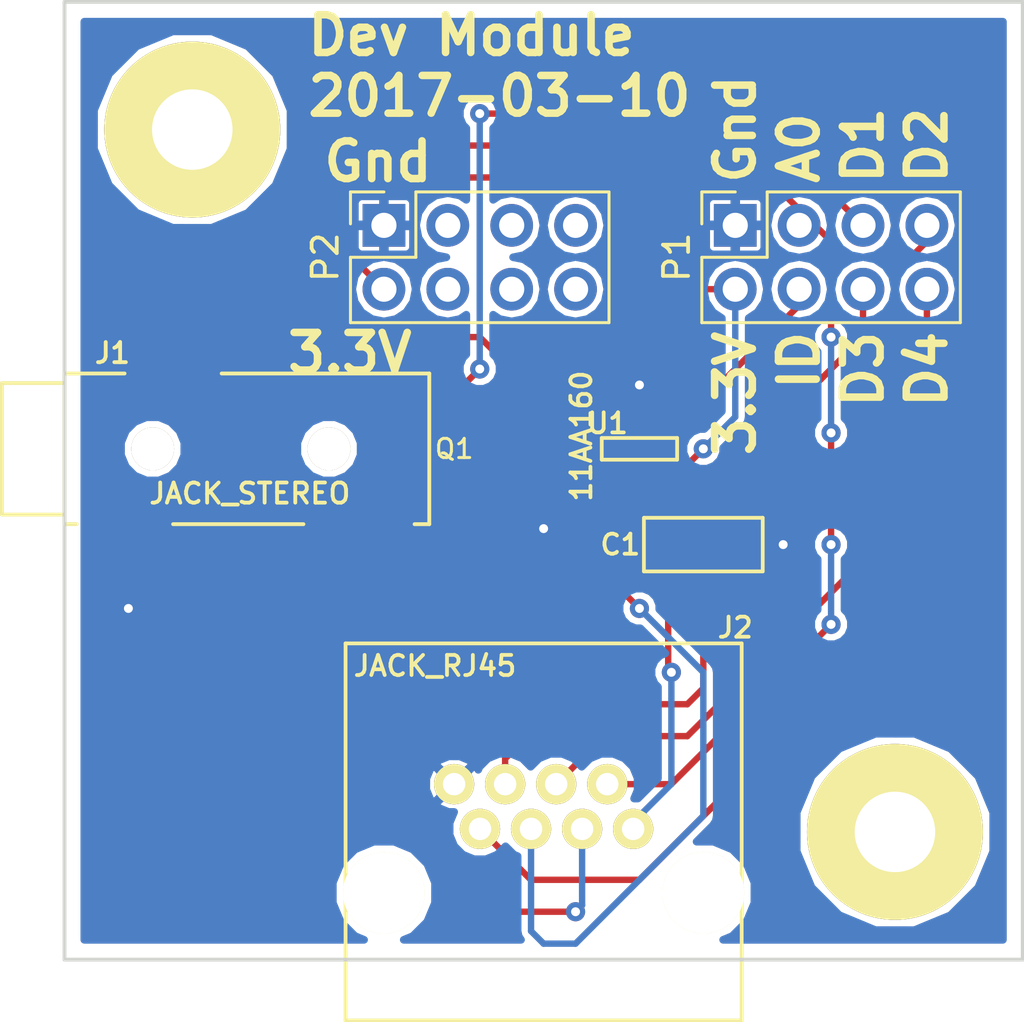
<source format=kicad_pcb>
(kicad_pcb (version 4) (host pcbnew 4.0.5)

  (general
    (links 20)
    (no_connects 0)
    (area 22.580599 25.324999 63.575001 66.248931)
    (thickness 1.6)
    (drawings 15)
    (tracks 103)
    (zones 0)
    (modules 9)
    (nets 10)
  )

  (page A4)
  (layers
    (0 F.Cu signal)
    (31 B.Cu signal)
    (32 B.Adhes user)
    (33 F.Adhes user)
    (34 B.Paste user)
    (35 F.Paste user)
    (36 B.SilkS user)
    (37 F.SilkS user)
    (38 B.Mask user)
    (39 F.Mask user)
    (40 Dwgs.User user)
    (41 Cmts.User user)
    (42 Eco1.User user)
    (43 Eco2.User user)
    (44 Edge.Cuts user)
    (45 Margin user)
    (46 B.CrtYd user)
    (47 F.CrtYd user)
    (48 B.Fab user)
    (49 F.Fab user)
  )

  (setup
    (last_trace_width 0.254)
    (trace_clearance 0.254)
    (zone_clearance 0.2032)
    (zone_45_only no)
    (trace_min 0.254)
    (segment_width 0.2)
    (edge_width 0.15)
    (via_size 0.762)
    (via_drill 0.3556)
    (via_min_size 0.762)
    (via_min_drill 0.3556)
    (uvia_size 0.762)
    (uvia_drill 0.3556)
    (uvias_allowed no)
    (uvia_min_size 0.762)
    (uvia_min_drill 0.3556)
    (pcb_text_width 0.3)
    (pcb_text_size 1.5 1.5)
    (mod_edge_width 0.15)
    (mod_text_size 1 1)
    (mod_text_width 0.15)
    (pad_size 1.524 1.524)
    (pad_drill 0.762)
    (pad_to_mask_clearance 0.2)
    (aux_axis_origin 0 0)
    (visible_elements 7FFFFFFF)
    (pcbplotparams
      (layerselection 0x00030_80000001)
      (usegerberextensions false)
      (excludeedgelayer true)
      (linewidth 0.100000)
      (plotframeref false)
      (viasonmask false)
      (mode 1)
      (useauxorigin false)
      (hpglpennumber 1)
      (hpglpenspeed 20)
      (hpglpendiameter 15)
      (hpglpenoverlay 2)
      (psnegative false)
      (psa4output false)
      (plotreference true)
      (plotvalue true)
      (plotinvisibletext false)
      (padsonsilk false)
      (subtractmaskfromsilk false)
      (outputformat 1)
      (mirror false)
      (drillshape 1)
      (scaleselection 1)
      (outputdirectory ""))
  )

  (net 0 "")
  (net 1 3V3)
  (net 2 GND)
  (net 3 /A0)
  (net 4 "Net-(J1-Pad2)")
  (net 5 /ID)
  (net 6 /D1)
  (net 7 /D3)
  (net 8 /D2)
  (net 9 /D4)

  (net_class Default "This is the default net class."
    (clearance 0.254)
    (trace_width 0.254)
    (via_dia 0.762)
    (via_drill 0.3556)
    (uvia_dia 0.762)
    (uvia_drill 0.3556)
    (add_net /A0)
    (add_net /D1)
    (add_net /D2)
    (add_net /D3)
    (add_net /D4)
    (add_net /ID)
    (add_net 3V3)
    (add_net GND)
    (add_net "Net-(J1-Pad2)")
  )

  (module CA6:c_1206 (layer F.Cu) (tedit 58C31C3B) (tstamp 58C33E2F)
    (at 50.8 46.99 180)
    (descr "SMT capacitor, 1206")
    (path /58C3185F)
    (fp_text reference C1 (at 3.302 0 360) (layer F.SilkS)
      (effects (font (size 0.8 0.8) (thickness 0.15)))
    )
    (fp_text value C (at 0 0 270) (layer F.SilkS) hide
      (effects (font (size 0.2286 0.381) (thickness 0.0508)))
    )
    (fp_line (start 2.3622 1.0668) (end 2.3622 -1.0668) (layer F.SilkS) (width 0.14986))
    (fp_line (start -2.3622 -1.0668) (end 2.3622 -1.0668) (layer F.SilkS) (width 0.14986))
    (fp_line (start 2.3368 1.0668) (end -2.3622 1.0668) (layer F.SilkS) (width 0.14986))
    (fp_line (start -2.3622 1.0668) (end -2.3622 -1.0668) (layer F.SilkS) (width 0.14986))
    (pad 1 smd rect (at 1.397 0 180) (size 1.6002 1.8034) (layers F.Cu F.Paste F.Mask)
      (net 1 3V3))
    (pad 2 smd rect (at -1.397 0 180) (size 1.6002 1.8034) (layers F.Cu F.Paste F.Mask)
      (net 2 GND))
  )

  (module CA6:161-3334-E_Big_Pad (layer F.Cu) (tedit 58C31E22) (tstamp 58C33E42)
    (at 25.4 43.18)
    (path /58C32458)
    (fp_text reference J1 (at 1.905 -3.81) (layer F.SilkS)
      (effects (font (size 0.8 0.8) (thickness 0.1524)))
    )
    (fp_text value JACK_STEREO (at 7.366 1.778) (layer F.SilkS)
      (effects (font (size 0.8 0.8) (thickness 0.1524)))
    )
    (fp_line (start 0 -2.9972) (end 2.3876 -2.9972) (layer F.SilkS) (width 0.1524))
    (fp_line (start 6.2484 -2.9972) (end 14.5034 -2.9972) (layer F.SilkS) (width 0.1524))
    (fp_line (start 13.9192 2.9972) (end 14.5034 2.9972) (layer F.SilkS) (width 0.1524))
    (fp_line (start 4.318 2.9972) (end 9.4996 2.9972) (layer F.SilkS) (width 0.1524))
    (fp_line (start 0 2.9972) (end 0.4826 2.9972) (layer F.SilkS) (width 0.1524))
    (fp_line (start 0 2.6162) (end -2.4892 2.6162) (layer F.SilkS) (width 0.1524))
    (fp_line (start -2.4892 2.6162) (end -2.4892 -2.6162) (layer F.SilkS) (width 0.1524))
    (fp_line (start -2.4892 -2.6162) (end 0 -2.6162) (layer F.SilkS) (width 0.1524))
    (fp_line (start 14.5034 -2.9972) (end 14.5034 2.9972) (layer F.SilkS) (width 0.1524))
    (fp_line (start 0 2.9972) (end 0 -2.9972) (layer F.SilkS) (width 0.1524))
    (pad 1 smd rect (at 4.3942 -3.7084) (size 2.2098 2.794) (layers F.Cu F.Paste F.Mask)
      (net 3 /A0))
    (pad 2 smd rect (at 11.7856 3.7084) (size 2.794 2.794) (layers F.Cu F.Paste F.Mask)
      (net 4 "Net-(J1-Pad2)"))
    (pad 3 smd rect (at 2.3876 3.7084) (size 2.2098 2.794) (layers F.Cu F.Paste F.Mask)
      (net 2 GND))
    (pad "" np_thru_hole circle (at 10.5156 0 270) (size 1.7018 1.7018) (drill 1.7) (layers *.Cu *.Mask F.SilkS))
    (pad "" np_thru_hole circle (at 3.5052 0 270) (size 1.7018 1.7018) (drill 1.7) (layers *.Cu *.Mask F.SilkS))
  )

  (module CA6:RJ45_RJHSE-5080 (layer F.Cu) (tedit 58C31C36) (tstamp 58C33E54)
    (at 44.45 58.42)
    (path /58C31719)
    (fp_text reference J2 (at 7.62 -8.128 180) (layer F.SilkS)
      (effects (font (size 0.8 0.8) (thickness 0.15)))
    )
    (fp_text value JACK_RJ45 (at -4.318 -6.604) (layer F.SilkS)
      (effects (font (size 0.8 0.8) (thickness 0.15)))
    )
    (fp_line (start -7.875 7.5) (end -7.875 -7.5) (layer F.SilkS) (width 0.14986))
    (fp_line (start -7.875 -7.5) (end 7.875 -7.5) (layer F.SilkS) (width 0.14986))
    (fp_line (start 7.875 -7.5) (end 7.875 7.5) (layer F.SilkS) (width 0.14986))
    (fp_line (start 7.875 7.5) (end -7.875 7.5) (layer F.SilkS) (width 0.14986))
    (pad "" np_thru_hole circle (at -6.35 2.42) (size 3.25 3.25) (drill 3.25) (layers *.Cu *.Mask F.SilkS))
    (pad "" np_thru_hole circle (at 6.35 2.42) (size 3.25 3.25) (drill 3.25) (layers *.Cu *.Mask F.SilkS))
    (pad 5 thru_hole circle (at -0.5 -0.12) (size 1.6 1.6) (drill 0.89) (layers *.Cu *.Mask F.SilkS)
      (net 5 /ID))
    (pad 3 thru_hole circle (at 1.53 -0.12) (size 1.6 1.6) (drill 0.89) (layers *.Cu *.Mask F.SilkS)
      (net 6 /D1))
    (pad 6 thru_hole circle (at -1.53 -1.9) (size 1.6 1.6) (drill 0.89) (layers *.Cu *.Mask F.SilkS)
      (net 7 /D3))
    (pad 4 thru_hole circle (at 0.5 -1.9) (size 1.6 1.6) (drill 0.89) (layers *.Cu *.Mask F.SilkS)
      (net 8 /D2))
    (pad 8 thru_hole circle (at -3.56 -1.9) (size 1.6 1.6) (drill 0.89) (layers *.Cu *.Mask F.SilkS)
      (net 2 GND))
    (pad 7 thru_hole circle (at -2.53 -0.12) (size 1.6 1.6) (drill 0.89) (layers *.Cu *.Mask F.SilkS)
      (net 9 /D4))
    (pad 2 thru_hole circle (at 2.53 -1.9) (size 1.6 1.6) (drill 0.89) (layers *.Cu *.Mask F.SilkS)
      (net 3 /A0))
    (pad 1 thru_hole circle (at 3.56 -0.12) (size 1.6 1.6) (drill 0.89) (layers *.Cu *.Mask F.SilkS)
      (net 1 3V3))
  )

  (module Socket_Strips:Socket_Strip_Straight_2x04_Pitch2.54mm (layer F.Cu) (tedit 588DE958) (tstamp 58C33E70)
    (at 52.07 34.29 90)
    (descr "Through hole straight socket strip, 2x04, 2.54mm pitch, double rows")
    (tags "Through hole socket strip THT 2x04 2.54mm double row")
    (path /58C324F0)
    (fp_text reference P1 (at -1.27 -2.33 90) (layer F.SilkS)
      (effects (font (size 1 1) (thickness 0.15)))
    )
    (fp_text value CONN_02X04 (at -1.27 9.95 90) (layer F.Fab)
      (effects (font (size 1 1) (thickness 0.15)))
    )
    (fp_line (start -3.81 -1.27) (end -3.81 8.89) (layer F.Fab) (width 0.1))
    (fp_line (start -3.81 8.89) (end 1.27 8.89) (layer F.Fab) (width 0.1))
    (fp_line (start 1.27 8.89) (end 1.27 -1.27) (layer F.Fab) (width 0.1))
    (fp_line (start 1.27 -1.27) (end -3.81 -1.27) (layer F.Fab) (width 0.1))
    (fp_line (start 1.33 1.27) (end 1.33 8.95) (layer F.SilkS) (width 0.12))
    (fp_line (start 1.33 8.95) (end -3.87 8.95) (layer F.SilkS) (width 0.12))
    (fp_line (start -3.87 8.95) (end -3.87 -1.33) (layer F.SilkS) (width 0.12))
    (fp_line (start -3.87 -1.33) (end -1.27 -1.33) (layer F.SilkS) (width 0.12))
    (fp_line (start -1.27 -1.33) (end -1.27 1.27) (layer F.SilkS) (width 0.12))
    (fp_line (start -1.27 1.27) (end 1.33 1.27) (layer F.SilkS) (width 0.12))
    (fp_line (start 1.33 0) (end 1.33 -1.33) (layer F.SilkS) (width 0.12))
    (fp_line (start 1.33 -1.33) (end 0.06 -1.33) (layer F.SilkS) (width 0.12))
    (fp_line (start -4.1 -1.55) (end -4.1 9.15) (layer F.CrtYd) (width 0.05))
    (fp_line (start -4.1 9.15) (end 1.55 9.15) (layer F.CrtYd) (width 0.05))
    (fp_line (start 1.55 9.15) (end 1.55 -1.55) (layer F.CrtYd) (width 0.05))
    (fp_line (start 1.55 -1.55) (end -4.1 -1.55) (layer F.CrtYd) (width 0.05))
    (pad 1 thru_hole rect (at 0 0 90) (size 1.7 1.7) (drill 1) (layers *.Cu *.Mask)
      (net 2 GND))
    (pad 2 thru_hole oval (at -2.54 0 90) (size 1.7 1.7) (drill 1) (layers *.Cu *.Mask)
      (net 1 3V3))
    (pad 3 thru_hole oval (at 0 2.54 90) (size 1.7 1.7) (drill 1) (layers *.Cu *.Mask)
      (net 3 /A0))
    (pad 4 thru_hole oval (at -2.54 2.54 90) (size 1.7 1.7) (drill 1) (layers *.Cu *.Mask)
      (net 5 /ID))
    (pad 5 thru_hole oval (at 0 5.08 90) (size 1.7 1.7) (drill 1) (layers *.Cu *.Mask)
      (net 6 /D1))
    (pad 6 thru_hole oval (at -2.54 5.08 90) (size 1.7 1.7) (drill 1) (layers *.Cu *.Mask)
      (net 7 /D3))
    (pad 7 thru_hole oval (at 0 7.62 90) (size 1.7 1.7) (drill 1) (layers *.Cu *.Mask)
      (net 8 /D2))
    (pad 8 thru_hole oval (at -2.54 7.62 90) (size 1.7 1.7) (drill 1) (layers *.Cu *.Mask)
      (net 9 /D4))
    (model Socket_Strips.3dshapes/Socket_Strip_Straight_2x04_Pitch2.54mm.wrl
      (at (xyz -0.05 -0.15 0))
      (scale (xyz 1 1 1))
      (rotate (xyz 0 0 270))
    )
  )

  (module Socket_Strips:Socket_Strip_Straight_2x04_Pitch2.54mm (layer F.Cu) (tedit 588DE958) (tstamp 58C33E8C)
    (at 38.1 34.29 90)
    (descr "Through hole straight socket strip, 2x04, 2.54mm pitch, double rows")
    (tags "Through hole socket strip THT 2x04 2.54mm double row")
    (path /58C33B78)
    (fp_text reference P2 (at -1.27 -2.33 90) (layer F.SilkS)
      (effects (font (size 1 1) (thickness 0.15)))
    )
    (fp_text value CONN_02X04 (at -1.27 9.95 90) (layer F.Fab)
      (effects (font (size 1 1) (thickness 0.15)))
    )
    (fp_line (start -3.81 -1.27) (end -3.81 8.89) (layer F.Fab) (width 0.1))
    (fp_line (start -3.81 8.89) (end 1.27 8.89) (layer F.Fab) (width 0.1))
    (fp_line (start 1.27 8.89) (end 1.27 -1.27) (layer F.Fab) (width 0.1))
    (fp_line (start 1.27 -1.27) (end -3.81 -1.27) (layer F.Fab) (width 0.1))
    (fp_line (start 1.33 1.27) (end 1.33 8.95) (layer F.SilkS) (width 0.12))
    (fp_line (start 1.33 8.95) (end -3.87 8.95) (layer F.SilkS) (width 0.12))
    (fp_line (start -3.87 8.95) (end -3.87 -1.33) (layer F.SilkS) (width 0.12))
    (fp_line (start -3.87 -1.33) (end -1.27 -1.33) (layer F.SilkS) (width 0.12))
    (fp_line (start -1.27 -1.33) (end -1.27 1.27) (layer F.SilkS) (width 0.12))
    (fp_line (start -1.27 1.27) (end 1.33 1.27) (layer F.SilkS) (width 0.12))
    (fp_line (start 1.33 0) (end 1.33 -1.33) (layer F.SilkS) (width 0.12))
    (fp_line (start 1.33 -1.33) (end 0.06 -1.33) (layer F.SilkS) (width 0.12))
    (fp_line (start -4.1 -1.55) (end -4.1 9.15) (layer F.CrtYd) (width 0.05))
    (fp_line (start -4.1 9.15) (end 1.55 9.15) (layer F.CrtYd) (width 0.05))
    (fp_line (start 1.55 9.15) (end 1.55 -1.55) (layer F.CrtYd) (width 0.05))
    (fp_line (start 1.55 -1.55) (end -4.1 -1.55) (layer F.CrtYd) (width 0.05))
    (pad 1 thru_hole rect (at 0 0 90) (size 1.7 1.7) (drill 1) (layers *.Cu *.Mask)
      (net 2 GND))
    (pad 2 thru_hole oval (at -2.54 0 90) (size 1.7 1.7) (drill 1) (layers *.Cu *.Mask)
      (net 1 3V3))
    (pad 3 thru_hole oval (at 0 2.54 90) (size 1.7 1.7) (drill 1) (layers *.Cu *.Mask))
    (pad 4 thru_hole oval (at -2.54 2.54 90) (size 1.7 1.7) (drill 1) (layers *.Cu *.Mask))
    (pad 5 thru_hole oval (at 0 5.08 90) (size 1.7 1.7) (drill 1) (layers *.Cu *.Mask))
    (pad 6 thru_hole oval (at -2.54 5.08 90) (size 1.7 1.7) (drill 1) (layers *.Cu *.Mask))
    (pad 7 thru_hole oval (at 0 7.62 90) (size 1.7 1.7) (drill 1) (layers *.Cu *.Mask))
    (pad 8 thru_hole oval (at -2.54 7.62 90) (size 1.7 1.7) (drill 1) (layers *.Cu *.Mask))
    (model Socket_Strips.3dshapes/Socket_Strip_Straight_2x04_Pitch2.54mm.wrl
      (at (xyz -0.05 -0.15 0))
      (scale (xyz 1 1 1))
      (rotate (xyz 0 0 270))
    )
  )

  (module CA6:SOT23 (layer F.Cu) (tedit 58C31C43) (tstamp 58C33E93)
    (at 43.18 41.91)
    (tags SOT23)
    (path /58C32499)
    (fp_text reference Q1 (at -2.286 1.27) (layer F.SilkS)
      (effects (font (size 0.762 0.762) (thickness 0.11938)))
    )
    (fp_text value BSS138P (at 0.254 -1.27) (layer F.SilkS) hide
      (effects (font (size 0.50038 0.50038) (thickness 0.09906)))
    )
    (pad 1 smd rect (at -1.1 2.6) (size 1.2 1.4) (layers F.Cu F.Paste F.Mask)
      (net 6 /D1))
    (pad 2 smd rect (at 1.1 2.6) (size 1.2 1.4) (layers F.Cu F.Paste F.Mask)
      (net 2 GND))
    (pad 3 smd rect (at 0 0) (size 2.8 1.4) (layers F.Cu F.Paste F.Mask)
      (net 4 "Net-(J1-Pad2)"))
    (model smd\SOT23_3.wrl
      (at (xyz 0 0 0))
      (scale (xyz 0.4 0.4 0.4))
      (rotate (xyz 0 0 180))
    )
  )

  (module CA6:SOT-23_11AA160 (layer F.Cu) (tedit 58C31C3E) (tstamp 58C33E9E)
    (at 48.26 43.18)
    (descr SOT-23_11AA160)
    (path /58C3229B)
    (attr smd)
    (fp_text reference U1 (at -1.27 -1.016 180) (layer F.SilkS)
      (effects (font (size 0.8 0.8) (thickness 0.15)))
    )
    (fp_text value 11AA160 (at -2.3114 -0.508 90) (layer F.SilkS)
      (effects (font (size 0.8 0.8) (thickness 0.15)))
    )
    (fp_line (start -1.4986 -0.4318) (end 1.4986 -0.4318) (layer F.SilkS) (width 0.14986))
    (fp_line (start 1.4986 -0.4318) (end 1.4986 0.4318) (layer F.SilkS) (width 0.14986))
    (fp_line (start 1.4986 0.4318) (end -1.4986 0.4318) (layer F.SilkS) (width 0.14986))
    (fp_line (start -1.4986 0.4318) (end -1.4986 -0.4318) (layer F.SilkS) (width 0.14986))
    (pad 1 smd rect (at -0.9525 1.0566) (size 0.5994 1.0008) (layers F.Cu F.Paste F.Mask)
      (net 5 /ID))
    (pad 3 smd rect (at 0 -1.0566) (size 0.5994 1.0008) (layers F.Cu F.Paste F.Mask)
      (net 2 GND))
    (pad 2 smd rect (at 0.9525 1.0566) (size 0.5994 1.0008) (layers F.Cu F.Paste F.Mask)
      (net 1 3V3))
  )

  (module CA6:HOLE_3.0mm (layer F.Cu) (tedit 54664E93) (tstamp 58C33EA3)
    (at 58.42 58.42)
    (path /58C3153C)
    (fp_text reference X1 (at -0.0254 -0.508) (layer F.SilkS) hide
      (effects (font (size 0.8 0.8) (thickness 0.14986)))
    )
    (fp_text value HOLE (at 0 0.7112) (layer F.SilkS) hide
      (effects (font (size 0.8 0.8) (thickness 0.14986)))
    )
    (pad "" np_thru_hole circle (at 0 0) (size 7 7) (drill 3.2) (layers *.Cu *.Mask F.SilkS))
  )

  (module CA6:HOLE_3.0mm (layer F.Cu) (tedit 54664E93) (tstamp 58C33EA8)
    (at 30.48 30.48)
    (path /58C3160A)
    (fp_text reference X2 (at -0.0254 -0.508) (layer F.SilkS) hide
      (effects (font (size 0.8 0.8) (thickness 0.14986)))
    )
    (fp_text value HOLE (at 0 0.7112) (layer F.SilkS) hide
      (effects (font (size 0.8 0.8) (thickness 0.14986)))
    )
    (pad "" np_thru_hole circle (at 0 0) (size 7 7) (drill 3.2) (layers *.Cu *.Mask F.SilkS))
  )

  (gr_text "Dev Module\n2017-03-10" (at 34.925 27.94) (layer F.SilkS)
    (effects (font (size 1.5 1.5) (thickness 0.3)) (justify left))
  )
  (gr_text 3.3V (at 39.37 39.37) (layer F.SilkS)
    (effects (font (size 1.5 1.5) (thickness 0.3)) (justify right))
  )
  (gr_text Gnd (at 35.56 31.75) (layer F.SilkS)
    (effects (font (size 1.5 1.5) (thickness 0.3)) (justify left))
  )
  (gr_text D4 (at 59.69 38.354 90) (layer F.SilkS)
    (effects (font (size 1.5 1.5) (thickness 0.3)) (justify right))
  )
  (gr_text D3 (at 57.15 38.354 90) (layer F.SilkS)
    (effects (font (size 1.5 1.5) (thickness 0.3)) (justify right))
  )
  (gr_text ID (at 54.61 38.354 90) (layer F.SilkS)
    (effects (font (size 1.5 1.5) (thickness 0.3)) (justify right))
  )
  (gr_text 3.3V (at 52.07 38.354 90) (layer F.SilkS)
    (effects (font (size 1.5 1.5) (thickness 0.3)) (justify right))
  )
  (gr_text D2 (at 59.69 32.766 90) (layer F.SilkS)
    (effects (font (size 1.5 1.5) (thickness 0.3)) (justify left))
  )
  (gr_text D1 (at 57.15 32.766 90) (layer F.SilkS)
    (effects (font (size 1.5 1.5) (thickness 0.3)) (justify left))
  )
  (gr_text A0 (at 54.61 32.766 90) (layer F.SilkS)
    (effects (font (size 1.5 1.5) (thickness 0.3)) (justify left))
  )
  (gr_text Gnd (at 52.07 32.766 90) (layer F.SilkS)
    (effects (font (size 1.5 1.5) (thickness 0.3)) (justify left))
  )
  (gr_line (start 63.5 63.5) (end 25.4 63.5) (angle 90) (layer Edge.Cuts) (width 0.15))
  (gr_line (start 25.4 63.5) (end 25.4 25.4) (angle 90) (layer Edge.Cuts) (width 0.15))
  (gr_line (start 63.5 25.4) (end 63.5 63.5) (angle 90) (layer Edge.Cuts) (width 0.15))
  (gr_line (start 25.4 25.4) (end 63.5 25.4) (angle 90) (layer Edge.Cuts) (width 0.15))

  (segment (start 49.403 46.99) (end 49.403 51.943) (width 0.254) (layer F.Cu) (net 1))
  (segment (start 49.53 56.515) (end 48.01 58.035) (width 0.254) (layer B.Cu) (net 1) (tstamp 58C34324))
  (segment (start 49.53 52.07) (end 49.53 56.515) (width 0.254) (layer B.Cu) (net 1) (tstamp 58C34323))
  (via (at 49.53 52.07) (size 0.762) (drill 0.3556) (layers F.Cu B.Cu) (net 1))
  (segment (start 49.403 51.943) (end 49.53 52.07) (width 0.254) (layer F.Cu) (net 1) (tstamp 58C34321))
  (segment (start 48.01 58.035) (end 48.01 58.3) (width 0.254) (layer B.Cu) (net 1) (tstamp 58C34325))
  (segment (start 52.07 36.83) (end 52.07 41.91) (width 0.254) (layer B.Cu) (net 1))
  (segment (start 49.7434 44.2366) (end 49.2125 44.2366) (width 0.254) (layer F.Cu) (net 1) (tstamp 58C342C8))
  (segment (start 50.8 43.18) (end 49.7434 44.2366) (width 0.254) (layer F.Cu) (net 1) (tstamp 58C342C7))
  (via (at 50.8 43.18) (size 0.762) (drill 0.3556) (layers F.Cu B.Cu) (net 1))
  (segment (start 52.07 41.91) (end 50.8 43.18) (width 0.254) (layer B.Cu) (net 1) (tstamp 58C342C4))
  (segment (start 48.01 58.3) (end 48.01 58.035) (width 0.254) (layer B.Cu) (net 1))
  (segment (start 49.2125 44.2366) (end 49.2125 46.7995) (width 0.254) (layer F.Cu) (net 1))
  (segment (start 49.2125 46.7995) (end 49.403 46.99) (width 0.254) (layer F.Cu) (net 1) (tstamp 58C3427C))
  (segment (start 52.07 36.83) (end 50.165 36.83) (width 0.254) (layer F.Cu) (net 1))
  (segment (start 36.195 34.925) (end 38.1 36.83) (width 0.254) (layer F.Cu) (net 1) (tstamp 58C34245))
  (segment (start 36.195 33.02) (end 36.195 34.925) (width 0.254) (layer F.Cu) (net 1) (tstamp 58C34244))
  (segment (start 36.83 32.385) (end 36.195 33.02) (width 0.254) (layer F.Cu) (net 1) (tstamp 58C34243))
  (segment (start 46.99 32.385) (end 36.83 32.385) (width 0.254) (layer F.Cu) (net 1) (tstamp 58C34242))
  (segment (start 48.26 33.655) (end 46.99 32.385) (width 0.254) (layer F.Cu) (net 1) (tstamp 58C34241))
  (segment (start 48.26 34.925) (end 48.26 33.655) (width 0.254) (layer F.Cu) (net 1) (tstamp 58C3423F))
  (segment (start 50.165 36.83) (end 48.26 34.925) (width 0.254) (layer F.Cu) (net 1) (tstamp 58C3423E))
  (segment (start 27.7876 46.8884) (end 27.7876 49.3776) (width 0.254) (layer F.Cu) (net 2))
  (via (at 27.94 49.53) (size 0.762) (drill 0.3556) (layers F.Cu B.Cu) (net 2))
  (segment (start 27.7876 49.3776) (end 27.94 49.53) (width 0.254) (layer F.Cu) (net 2) (tstamp 58C342A1))
  (segment (start 48.26 42.1234) (end 48.26 40.64) (width 0.254) (layer F.Cu) (net 2))
  (via (at 48.26 40.64) (size 0.762) (drill 0.3556) (layers F.Cu B.Cu) (net 2))
  (segment (start 44.28 44.51) (end 44.28 46.185) (width 0.254) (layer F.Cu) (net 2))
  (via (at 44.45 46.355) (size 0.762) (drill 0.3556) (layers F.Cu B.Cu) (net 2))
  (segment (start 44.28 46.185) (end 44.45 46.355) (width 0.254) (layer F.Cu) (net 2) (tstamp 58C34298))
  (segment (start 52.197 46.99) (end 53.975 46.99) (width 0.254) (layer F.Cu) (net 2))
  (via (at 53.975 46.99) (size 0.762) (drill 0.3556) (layers F.Cu B.Cu) (net 2))
  (segment (start 54.61 34.29) (end 55.245 34.29) (width 0.254) (layer F.Cu) (net 3))
  (segment (start 55.245 34.29) (end 55.88 34.925) (width 0.254) (layer F.Cu) (net 3) (tstamp 58C342CF))
  (segment (start 49.525 56.52) (end 46.98 56.52) (width 0.254) (layer F.Cu) (net 3) (tstamp 58C342DD))
  (segment (start 55.88 50.165) (end 49.525 56.52) (width 0.254) (layer F.Cu) (net 3) (tstamp 58C342DC))
  (via (at 55.88 50.165) (size 0.762) (drill 0.3556) (layers F.Cu B.Cu) (net 3))
  (segment (start 55.88 46.99) (end 55.88 50.165) (width 0.254) (layer B.Cu) (net 3) (tstamp 58C342D9))
  (via (at 55.88 46.99) (size 0.762) (drill 0.3556) (layers F.Cu B.Cu) (net 3))
  (segment (start 55.88 42.545) (end 55.88 46.99) (width 0.254) (layer F.Cu) (net 3) (tstamp 58C342D6))
  (via (at 55.88 42.545) (size 0.762) (drill 0.3556) (layers F.Cu B.Cu) (net 3))
  (segment (start 55.88 38.735) (end 55.88 42.545) (width 0.254) (layer B.Cu) (net 3) (tstamp 58C342D3))
  (via (at 55.88 38.735) (size 0.762) (drill 0.3556) (layers F.Cu B.Cu) (net 3))
  (segment (start 55.88 34.925) (end 55.88 38.735) (width 0.254) (layer F.Cu) (net 3) (tstamp 58C342D0))
  (segment (start 54.61 34.29) (end 54.61 33.655) (width 0.254) (layer F.Cu) (net 3))
  (segment (start 54.61 33.655) (end 52.07 31.115) (width 0.254) (layer F.Cu) (net 3) (tstamp 58C34249))
  (segment (start 52.07 31.115) (end 36.83 31.115) (width 0.254) (layer F.Cu) (net 3) (tstamp 58C3424A))
  (segment (start 36.83 31.115) (end 29.7942 38.1508) (width 0.254) (layer F.Cu) (net 3) (tstamp 58C3424C))
  (segment (start 29.7942 38.1508) (end 29.7942 39.4716) (width 0.254) (layer F.Cu) (net 3) (tstamp 58C3424E))
  (segment (start 43.18 41.91) (end 43.18 40.005) (width 0.254) (layer F.Cu) (net 4))
  (segment (start 38.1 41.275) (end 38.1 45.974) (width 0.254) (layer F.Cu) (net 4) (tstamp 58C34300))
  (segment (start 40.64 38.735) (end 38.1 41.275) (width 0.254) (layer F.Cu) (net 4) (tstamp 58C342FE))
  (segment (start 41.91 38.735) (end 40.64 38.735) (width 0.254) (layer F.Cu) (net 4) (tstamp 58C342FD))
  (segment (start 43.18 40.005) (end 41.91 38.735) (width 0.254) (layer F.Cu) (net 4) (tstamp 58C342FB))
  (segment (start 38.1 45.974) (end 37.1856 46.8884) (width 0.254) (layer F.Cu) (net 4) (tstamp 58C34302))
  (segment (start 43.95 58.3) (end 43.95 62.365) (width 0.254) (layer B.Cu) (net 5))
  (segment (start 47.625 44.5541) (end 47.3075 44.2366) (width 0.254) (layer F.Cu) (net 5) (tstamp 58C34333))
  (segment (start 47.625 48.895) (end 47.625 44.5541) (width 0.254) (layer F.Cu) (net 5) (tstamp 58C34332))
  (segment (start 48.26 49.53) (end 47.625 48.895) (width 0.254) (layer F.Cu) (net 5) (tstamp 58C34331))
  (via (at 48.26 49.53) (size 0.762) (drill 0.3556) (layers F.Cu B.Cu) (net 5))
  (segment (start 50.8 52.07) (end 48.26 49.53) (width 0.254) (layer B.Cu) (net 5) (tstamp 58C3432E))
  (segment (start 50.8 57.785) (end 50.8 52.07) (width 0.254) (layer B.Cu) (net 5) (tstamp 58C3432C))
  (segment (start 45.72 62.865) (end 50.8 57.785) (width 0.254) (layer B.Cu) (net 5) (tstamp 58C3432A))
  (segment (start 44.45 62.865) (end 45.72 62.865) (width 0.254) (layer B.Cu) (net 5) (tstamp 58C34329))
  (segment (start 43.95 62.365) (end 44.45 62.865) (width 0.254) (layer B.Cu) (net 5) (tstamp 58C34328))
  (segment (start 54.61 36.83) (end 54.61 37.465) (width 0.254) (layer F.Cu) (net 5))
  (segment (start 54.61 37.465) (end 48.895 43.18) (width 0.254) (layer F.Cu) (net 5) (tstamp 58C342BD))
  (segment (start 48.895 43.18) (end 48.3641 43.18) (width 0.254) (layer F.Cu) (net 5) (tstamp 58C342BE))
  (segment (start 48.3641 43.18) (end 47.3075 44.2366) (width 0.254) (layer F.Cu) (net 5) (tstamp 58C342C0))
  (segment (start 42.08 44.51) (end 42.08 51.9) (width 0.254) (layer F.Cu) (net 6))
  (segment (start 45.98 61.335) (end 45.98 58.3) (width 0.254) (layer B.Cu) (net 6) (tstamp 58C34314))
  (segment (start 45.72 61.595) (end 45.98 61.335) (width 0.254) (layer B.Cu) (net 6) (tstamp 58C34313))
  (via (at 45.72 61.595) (size 0.762) (drill 0.3556) (layers F.Cu B.Cu) (net 6))
  (segment (start 42.545 61.595) (end 45.72 61.595) (width 0.254) (layer F.Cu) (net 6) (tstamp 58C34310))
  (segment (start 39.37 58.42) (end 42.545 61.595) (width 0.254) (layer F.Cu) (net 6) (tstamp 58C3430E))
  (segment (start 39.37 54.61) (end 39.37 58.42) (width 0.254) (layer F.Cu) (net 6) (tstamp 58C3430C))
  (segment (start 42.08 51.9) (end 39.37 54.61) (width 0.254) (layer F.Cu) (net 6) (tstamp 58C3430A))
  (segment (start 41.91 40.005) (end 40.64 41.275) (width 0.254) (layer F.Cu) (net 6))
  (segment (start 52.705 29.845) (end 41.91 29.845) (width 0.254) (layer F.Cu) (net 6) (tstamp 58C342E1))
  (via (at 41.91 29.845) (size 0.762) (drill 0.3556) (layers F.Cu B.Cu) (net 6))
  (segment (start 41.91 29.845) (end 41.91 40.005) (width 0.254) (layer B.Cu) (net 6) (tstamp 58C342E4))
  (via (at 41.91 40.005) (size 0.762) (drill 0.3556) (layers F.Cu B.Cu) (net 6))
  (segment (start 57.15 34.29) (end 52.705 29.845) (width 0.254) (layer F.Cu) (net 6))
  (segment (start 41.335 44.51) (end 42.08 44.51) (width 0.254) (layer F.Cu) (net 6) (tstamp 58C34307))
  (segment (start 40.64 43.815) (end 41.335 44.51) (width 0.254) (layer F.Cu) (net 6) (tstamp 58C34306))
  (segment (start 40.64 41.275) (end 40.64 43.815) (width 0.254) (layer F.Cu) (net 6) (tstamp 58C34305))
  (segment (start 50.8 52.705) (end 50.165 53.34) (width 0.254) (layer F.Cu) (net 7))
  (segment (start 57.15 38.735) (end 50.8 45.085) (width 0.254) (layer F.Cu) (net 7) (tstamp 58C342AB))
  (segment (start 50.8 45.085) (end 50.8 52.705) (width 0.254) (layer F.Cu) (net 7) (tstamp 58C342AD))
  (segment (start 57.15 36.83) (end 57.15 38.735) (width 0.254) (layer F.Cu) (net 7))
  (segment (start 42.92 55.505) (end 42.92 56.52) (width 0.254) (layer F.Cu) (net 7) (tstamp 58C342BA))
  (segment (start 45.085 53.34) (end 42.92 55.505) (width 0.254) (layer F.Cu) (net 7) (tstamp 58C342B8))
  (segment (start 50.165 53.34) (end 45.085 53.34) (width 0.254) (layer F.Cu) (net 7) (tstamp 58C342B7))
  (segment (start 59.69 34.29) (end 59.69 34.925) (width 0.254) (layer F.Cu) (net 8))
  (segment (start 59.69 34.925) (end 58.42 36.195) (width 0.254) (layer F.Cu) (net 8) (tstamp 58C34270))
  (segment (start 58.42 36.195) (end 58.42 46.355) (width 0.254) (layer F.Cu) (net 8) (tstamp 58C34271))
  (segment (start 58.42 46.355) (end 50.165 54.61) (width 0.254) (layer F.Cu) (net 8) (tstamp 58C34273))
  (segment (start 50.165 54.61) (end 46.86 54.61) (width 0.254) (layer F.Cu) (net 8) (tstamp 58C34275))
  (segment (start 46.86 54.61) (end 44.95 56.52) (width 0.254) (layer F.Cu) (net 8) (tstamp 58C34277))
  (segment (start 59.69 36.83) (end 59.69 48.895) (width 0.254) (layer F.Cu) (net 9))
  (segment (start 43.945 60.325) (end 41.92 58.3) (width 0.254) (layer F.Cu) (net 9) (tstamp 58C34294))
  (segment (start 48.26 60.325) (end 43.945 60.325) (width 0.254) (layer F.Cu) (net 9) (tstamp 58C34290))
  (segment (start 59.69 48.895) (end 48.26 60.325) (width 0.254) (layer F.Cu) (net 9) (tstamp 58C3428E))

  (zone (net 2) (net_name GND) (layer B.Cu) (tstamp 58C34238) (hatch edge 0.508)
    (connect_pads (clearance 0.2032))
    (min_thickness 0.3048)
    (fill yes (arc_segments 16) (thermal_gap 0.1524) (thermal_bridge_width 0.381))
    (polygon
      (pts
        (xy 62.865 61.595) (xy 62.865 62.865) (xy 26.035 62.865) (xy 26.035 26.035) (xy 62.865 26.035)
      )
    )
    (filled_polygon
      (pts
        (xy 62.7126 62.7126) (xy 51.587473 62.7126) (xy 51.949192 62.563141) (xy 52.521133 61.992198) (xy 52.831046 61.245843)
        (xy 52.831751 60.437702) (xy 52.523141 59.690808) (xy 52.026823 59.193622) (xy 54.512923 59.193622) (xy 55.106384 60.629907)
        (xy 56.204313 61.729754) (xy 57.63956 62.325721) (xy 59.193622 62.327077) (xy 60.629907 61.733616) (xy 61.729754 60.635687)
        (xy 62.325721 59.20044) (xy 62.327077 57.646378) (xy 61.733616 56.210093) (xy 60.635687 55.110246) (xy 59.20044 54.514279)
        (xy 57.646378 54.512923) (xy 56.210093 55.106384) (xy 55.110246 56.204313) (xy 54.514279 57.63956) (xy 54.512923 59.193622)
        (xy 52.026823 59.193622) (xy 51.952198 59.118867) (xy 51.205843 58.808954) (xy 50.530977 58.808365) (xy 51.177171 58.162171)
        (xy 51.292797 57.989123) (xy 51.3334 57.785) (xy 51.3334 52.07) (xy 51.292797 51.865877) (xy 51.292797 51.865876)
        (xy 51.246484 51.796563) (xy 51.177171 51.692829) (xy 51.177168 51.692827) (xy 49.047371 49.563029) (xy 49.047536 49.374064)
        (xy 48.927914 49.084556) (xy 48.706609 48.862864) (xy 48.417311 48.742737) (xy 48.104064 48.742464) (xy 47.814556 48.862086)
        (xy 47.592864 49.083391) (xy 47.472737 49.372689) (xy 47.472464 49.685936) (xy 47.592086 49.975444) (xy 47.813391 50.197136)
        (xy 48.102689 50.317263) (xy 48.293087 50.317429) (xy 49.292022 51.316363) (xy 49.084556 51.402086) (xy 48.862864 51.623391)
        (xy 48.742737 51.912689) (xy 48.742464 52.225936) (xy 48.862086 52.515444) (xy 48.9966 52.650193) (xy 48.9966 56.294059)
        (xy 48.196896 57.093763) (xy 48.048078 57.093633) (xy 48.18619 56.761021) (xy 48.186609 56.281085) (xy 48.003333 55.837522)
        (xy 47.664263 55.49786) (xy 47.221021 55.31381) (xy 46.741085 55.313391) (xy 46.297522 55.496667) (xy 45.964717 55.828891)
        (xy 45.634263 55.49786) (xy 45.191021 55.31381) (xy 44.711085 55.313391) (xy 44.267522 55.496667) (xy 43.934717 55.828891)
        (xy 43.604263 55.49786) (xy 43.161021 55.31381) (xy 42.681085 55.313391) (xy 42.237522 55.496667) (xy 41.89786 55.835737)
        (xy 41.850547 55.949679) (xy 41.829994 55.899286) (xy 41.823185 55.889096) (xy 41.659087 55.804795) (xy 40.943882 56.52)
        (xy 40.958024 56.534142) (xy 40.904142 56.588024) (xy 40.89 56.573882) (xy 40.174795 57.289087) (xy 40.259096 57.453185)
        (xy 40.664235 57.623587) (xy 40.894081 57.624837) (xy 40.71381 58.058979) (xy 40.713391 58.538915) (xy 40.896667 58.982478)
        (xy 41.235737 59.32214) (xy 41.678979 59.50619) (xy 42.158915 59.506609) (xy 42.602478 59.323333) (xy 42.935283 58.991109)
        (xy 43.265737 59.32214) (xy 43.4166 59.384784) (xy 43.4166 62.365) (xy 43.457203 62.569123) (xy 43.55307 62.7126)
        (xy 38.887473 62.7126) (xy 39.249192 62.563141) (xy 39.821133 61.992198) (xy 40.131046 61.245843) (xy 40.131751 60.437702)
        (xy 39.823141 59.690808) (xy 39.252198 59.118867) (xy 38.505843 58.808954) (xy 37.697702 58.808249) (xy 36.950808 59.116859)
        (xy 36.378867 59.687802) (xy 36.068954 60.434157) (xy 36.068249 61.242298) (xy 36.376859 61.989192) (xy 36.947802 62.561133)
        (xy 37.312576 62.7126) (xy 26.1874 62.7126) (xy 26.1874 56.733745) (xy 39.784022 56.733745) (xy 39.950006 57.140714)
        (xy 39.956815 57.150904) (xy 40.120913 57.235205) (xy 40.836118 56.52) (xy 40.120913 55.804795) (xy 39.956815 55.889096)
        (xy 39.786413 56.294235) (xy 39.784022 56.733745) (xy 26.1874 56.733745) (xy 26.1874 55.750913) (xy 40.174795 55.750913)
        (xy 40.89 56.466118) (xy 41.605205 55.750913) (xy 41.520904 55.586815) (xy 41.115765 55.416413) (xy 40.676255 55.414022)
        (xy 40.269286 55.580006) (xy 40.259096 55.586815) (xy 40.174795 55.750913) (xy 26.1874 55.750913) (xy 26.1874 47.145936)
        (xy 55.092464 47.145936) (xy 55.212086 47.435444) (xy 55.3466 47.570193) (xy 55.3466 49.584888) (xy 55.212864 49.718391)
        (xy 55.092737 50.007689) (xy 55.092464 50.320936) (xy 55.212086 50.610444) (xy 55.433391 50.832136) (xy 55.722689 50.952263)
        (xy 56.035936 50.952536) (xy 56.325444 50.832914) (xy 56.547136 50.611609) (xy 56.667263 50.322311) (xy 56.667536 50.009064)
        (xy 56.547914 49.719556) (xy 56.4134 49.584807) (xy 56.4134 47.570112) (xy 56.547136 47.436609) (xy 56.667263 47.147311)
        (xy 56.667536 46.834064) (xy 56.547914 46.544556) (xy 56.326609 46.322864) (xy 56.037311 46.202737) (xy 55.724064 46.202464)
        (xy 55.434556 46.322086) (xy 55.212864 46.543391) (xy 55.092737 46.832689) (xy 55.092464 47.145936) (xy 26.1874 47.145936)
        (xy 26.1874 43.428995) (xy 27.647682 43.428995) (xy 27.838691 43.891273) (xy 28.192067 44.245266) (xy 28.65401 44.437081)
        (xy 29.154195 44.437518) (xy 29.616473 44.246509) (xy 29.970466 43.893133) (xy 30.162281 43.43119) (xy 30.162282 43.428995)
        (xy 34.658082 43.428995) (xy 34.849091 43.891273) (xy 35.202467 44.245266) (xy 35.66441 44.437081) (xy 36.164595 44.437518)
        (xy 36.626873 44.246509) (xy 36.980866 43.893133) (xy 37.172681 43.43119) (xy 37.172764 43.335936) (xy 50.012464 43.335936)
        (xy 50.132086 43.625444) (xy 50.353391 43.847136) (xy 50.642689 43.967263) (xy 50.955936 43.967536) (xy 51.245444 43.847914)
        (xy 51.467136 43.626609) (xy 51.587263 43.337311) (xy 51.587429 43.146913) (xy 52.447171 42.287171) (xy 52.562797 42.114124)
        (xy 52.6034 41.91) (xy 52.6034 38.890936) (xy 55.092464 38.890936) (xy 55.212086 39.180444) (xy 55.3466 39.315193)
        (xy 55.3466 41.964888) (xy 55.212864 42.098391) (xy 55.092737 42.387689) (xy 55.092464 42.700936) (xy 55.212086 42.990444)
        (xy 55.433391 43.212136) (xy 55.722689 43.332263) (xy 56.035936 43.332536) (xy 56.325444 43.212914) (xy 56.547136 42.991609)
        (xy 56.667263 42.702311) (xy 56.667536 42.389064) (xy 56.547914 42.099556) (xy 56.4134 41.964807) (xy 56.4134 39.315112)
        (xy 56.547136 39.181609) (xy 56.667263 38.892311) (xy 56.667536 38.579064) (xy 56.547914 38.289556) (xy 56.326609 38.067864)
        (xy 56.037311 37.947737) (xy 55.724064 37.947464) (xy 55.434556 38.067086) (xy 55.212864 38.288391) (xy 55.092737 38.577689)
        (xy 55.092464 38.890936) (xy 52.6034 38.890936) (xy 52.6034 37.980232) (xy 52.958409 37.743023) (xy 53.230762 37.335417)
        (xy 53.3264 36.854614) (xy 53.3264 36.805386) (xy 53.230762 36.324583) (xy 52.958409 35.916977) (xy 52.550803 35.644624)
        (xy 52.07 35.548986) (xy 51.589197 35.644624) (xy 51.181591 35.916977) (xy 50.909238 36.324583) (xy 50.8136 36.805386)
        (xy 50.8136 36.854614) (xy 50.909238 37.335417) (xy 51.181591 37.743023) (xy 51.5366 37.980232) (xy 51.5366 41.689058)
        (xy 50.833029 42.392629) (xy 50.644064 42.392464) (xy 50.354556 42.512086) (xy 50.132864 42.733391) (xy 50.012737 43.022689)
        (xy 50.012464 43.335936) (xy 37.172764 43.335936) (xy 37.173118 42.931005) (xy 36.982109 42.468727) (xy 36.628733 42.114734)
        (xy 36.16679 41.922919) (xy 35.666605 41.922482) (xy 35.204327 42.113491) (xy 34.850334 42.466867) (xy 34.658519 42.92881)
        (xy 34.658082 43.428995) (xy 30.162282 43.428995) (xy 30.162718 42.931005) (xy 29.971709 42.468727) (xy 29.618333 42.114734)
        (xy 29.15639 41.922919) (xy 28.656205 41.922482) (xy 28.193927 42.113491) (xy 27.839934 42.466867) (xy 27.648119 42.92881)
        (xy 27.647682 43.428995) (xy 26.1874 43.428995) (xy 26.1874 36.805386) (xy 36.8436 36.805386) (xy 36.8436 36.854614)
        (xy 36.939238 37.335417) (xy 37.211591 37.743023) (xy 37.619197 38.015376) (xy 38.1 38.111014) (xy 38.580803 38.015376)
        (xy 38.988409 37.743023) (xy 39.260762 37.335417) (xy 39.3564 36.854614) (xy 39.3564 36.805386) (xy 39.260762 36.324583)
        (xy 38.988409 35.916977) (xy 38.580803 35.644624) (xy 38.1 35.548986) (xy 37.619197 35.644624) (xy 37.211591 35.916977)
        (xy 36.939238 36.324583) (xy 36.8436 36.805386) (xy 26.1874 36.805386) (xy 26.1874 34.4043) (xy 36.9452 34.4043)
        (xy 36.9452 35.200628) (xy 36.991603 35.312655) (xy 37.077344 35.398397) (xy 37.189371 35.4448) (xy 37.9857 35.4448)
        (xy 38.0619 35.3686) (xy 38.0619 34.3281) (xy 38.1381 34.3281) (xy 38.1381 35.3686) (xy 38.2143 35.4448)
        (xy 39.010629 35.4448) (xy 39.122656 35.398397) (xy 39.208397 35.312655) (xy 39.2548 35.200628) (xy 39.2548 34.4043)
        (xy 39.1786 34.3281) (xy 38.1381 34.3281) (xy 38.0619 34.3281) (xy 37.0214 34.3281) (xy 36.9452 34.4043)
        (xy 26.1874 34.4043) (xy 26.1874 31.253622) (xy 26.572923 31.253622) (xy 27.166384 32.689907) (xy 28.264313 33.789754)
        (xy 29.69956 34.385721) (xy 31.253622 34.387077) (xy 31.548136 34.265386) (xy 39.3836 34.265386) (xy 39.3836 34.314614)
        (xy 39.479238 34.795417) (xy 39.751591 35.203023) (xy 40.159197 35.475376) (xy 40.584629 35.56) (xy 40.159197 35.644624)
        (xy 39.751591 35.916977) (xy 39.479238 36.324583) (xy 39.3836 36.805386) (xy 39.3836 36.854614) (xy 39.479238 37.335417)
        (xy 39.751591 37.743023) (xy 40.159197 38.015376) (xy 40.64 38.111014) (xy 41.120803 38.015376) (xy 41.3766 37.844458)
        (xy 41.3766 39.424888) (xy 41.242864 39.558391) (xy 41.122737 39.847689) (xy 41.122464 40.160936) (xy 41.242086 40.450444)
        (xy 41.463391 40.672136) (xy 41.752689 40.792263) (xy 42.065936 40.792536) (xy 42.355444 40.672914) (xy 42.577136 40.451609)
        (xy 42.697263 40.162311) (xy 42.697536 39.849064) (xy 42.577914 39.559556) (xy 42.4434 39.424807) (xy 42.4434 37.844458)
        (xy 42.699197 38.015376) (xy 43.18 38.111014) (xy 43.660803 38.015376) (xy 44.068409 37.743023) (xy 44.340762 37.335417)
        (xy 44.4364 36.854614) (xy 44.4364 36.805386) (xy 44.340762 36.324583) (xy 44.068409 35.916977) (xy 43.660803 35.644624)
        (xy 43.235371 35.56) (xy 43.660803 35.475376) (xy 44.068409 35.203023) (xy 44.340762 34.795417) (xy 44.4364 34.314614)
        (xy 44.4364 34.265386) (xy 44.4636 34.265386) (xy 44.4636 34.314614) (xy 44.559238 34.795417) (xy 44.831591 35.203023)
        (xy 45.239197 35.475376) (xy 45.664629 35.56) (xy 45.239197 35.644624) (xy 44.831591 35.916977) (xy 44.559238 36.324583)
        (xy 44.4636 36.805386) (xy 44.4636 36.854614) (xy 44.559238 37.335417) (xy 44.831591 37.743023) (xy 45.239197 38.015376)
        (xy 45.72 38.111014) (xy 46.200803 38.015376) (xy 46.608409 37.743023) (xy 46.880762 37.335417) (xy 46.9764 36.854614)
        (xy 46.9764 36.805386) (xy 46.880762 36.324583) (xy 46.608409 35.916977) (xy 46.200803 35.644624) (xy 45.775371 35.56)
        (xy 46.200803 35.475376) (xy 46.608409 35.203023) (xy 46.880762 34.795417) (xy 46.95856 34.4043) (xy 50.9152 34.4043)
        (xy 50.9152 35.200628) (xy 50.961603 35.312655) (xy 51.047344 35.398397) (xy 51.159371 35.4448) (xy 51.9557 35.4448)
        (xy 52.0319 35.3686) (xy 52.0319 34.3281) (xy 52.1081 34.3281) (xy 52.1081 35.3686) (xy 52.1843 35.4448)
        (xy 52.980629 35.4448) (xy 53.092656 35.398397) (xy 53.178397 35.312655) (xy 53.2248 35.200628) (xy 53.2248 34.4043)
        (xy 53.1486 34.3281) (xy 52.1081 34.3281) (xy 52.0319 34.3281) (xy 50.9914 34.3281) (xy 50.9152 34.4043)
        (xy 46.95856 34.4043) (xy 46.9764 34.314614) (xy 46.9764 34.265386) (xy 53.3536 34.265386) (xy 53.3536 34.314614)
        (xy 53.449238 34.795417) (xy 53.721591 35.203023) (xy 54.129197 35.475376) (xy 54.554629 35.56) (xy 54.129197 35.644624)
        (xy 53.721591 35.916977) (xy 53.449238 36.324583) (xy 53.3536 36.805386) (xy 53.3536 36.854614) (xy 53.449238 37.335417)
        (xy 53.721591 37.743023) (xy 54.129197 38.015376) (xy 54.61 38.111014) (xy 55.090803 38.015376) (xy 55.498409 37.743023)
        (xy 55.770762 37.335417) (xy 55.8664 36.854614) (xy 55.8664 36.805386) (xy 55.770762 36.324583) (xy 55.498409 35.916977)
        (xy 55.090803 35.644624) (xy 54.665371 35.56) (xy 55.090803 35.475376) (xy 55.498409 35.203023) (xy 55.770762 34.795417)
        (xy 55.8664 34.314614) (xy 55.8664 34.265386) (xy 55.8936 34.265386) (xy 55.8936 34.314614) (xy 55.989238 34.795417)
        (xy 56.261591 35.203023) (xy 56.669197 35.475376) (xy 57.094629 35.56) (xy 56.669197 35.644624) (xy 56.261591 35.916977)
        (xy 55.989238 36.324583) (xy 55.8936 36.805386) (xy 55.8936 36.854614) (xy 55.989238 37.335417) (xy 56.261591 37.743023)
        (xy 56.669197 38.015376) (xy 57.15 38.111014) (xy 57.630803 38.015376) (xy 58.038409 37.743023) (xy 58.310762 37.335417)
        (xy 58.4064 36.854614) (xy 58.4064 36.805386) (xy 58.310762 36.324583) (xy 58.038409 35.916977) (xy 57.630803 35.644624)
        (xy 57.205371 35.56) (xy 57.630803 35.475376) (xy 58.038409 35.203023) (xy 58.310762 34.795417) (xy 58.4064 34.314614)
        (xy 58.4064 34.265386) (xy 58.4336 34.265386) (xy 58.4336 34.314614) (xy 58.529238 34.795417) (xy 58.801591 35.203023)
        (xy 59.209197 35.475376) (xy 59.634629 35.56) (xy 59.209197 35.644624) (xy 58.801591 35.916977) (xy 58.529238 36.324583)
        (xy 58.4336 36.805386) (xy 58.4336 36.854614) (xy 58.529238 37.335417) (xy 58.801591 37.743023) (xy 59.209197 38.015376)
        (xy 59.69 38.111014) (xy 60.170803 38.015376) (xy 60.578409 37.743023) (xy 60.850762 37.335417) (xy 60.9464 36.854614)
        (xy 60.9464 36.805386) (xy 60.850762 36.324583) (xy 60.578409 35.916977) (xy 60.170803 35.644624) (xy 59.745371 35.56)
        (xy 60.170803 35.475376) (xy 60.578409 35.203023) (xy 60.850762 34.795417) (xy 60.9464 34.314614) (xy 60.9464 34.265386)
        (xy 60.850762 33.784583) (xy 60.578409 33.376977) (xy 60.170803 33.104624) (xy 59.69 33.008986) (xy 59.209197 33.104624)
        (xy 58.801591 33.376977) (xy 58.529238 33.784583) (xy 58.4336 34.265386) (xy 58.4064 34.265386) (xy 58.310762 33.784583)
        (xy 58.038409 33.376977) (xy 57.630803 33.104624) (xy 57.15 33.008986) (xy 56.669197 33.104624) (xy 56.261591 33.376977)
        (xy 55.989238 33.784583) (xy 55.8936 34.265386) (xy 55.8664 34.265386) (xy 55.770762 33.784583) (xy 55.498409 33.376977)
        (xy 55.090803 33.104624) (xy 54.61 33.008986) (xy 54.129197 33.104624) (xy 53.721591 33.376977) (xy 53.449238 33.784583)
        (xy 53.3536 34.265386) (xy 46.9764 34.265386) (xy 46.880762 33.784583) (xy 46.61001 33.379372) (xy 50.9152 33.379372)
        (xy 50.9152 34.1757) (xy 50.9914 34.2519) (xy 52.0319 34.2519) (xy 52.0319 33.2114) (xy 52.1081 33.2114)
        (xy 52.1081 34.2519) (xy 53.1486 34.2519) (xy 53.2248 34.1757) (xy 53.2248 33.379372) (xy 53.178397 33.267345)
        (xy 53.092656 33.181603) (xy 52.980629 33.1352) (xy 52.1843 33.1352) (xy 52.1081 33.2114) (xy 52.0319 33.2114)
        (xy 51.9557 33.1352) (xy 51.159371 33.1352) (xy 51.047344 33.181603) (xy 50.961603 33.267345) (xy 50.9152 33.379372)
        (xy 46.61001 33.379372) (xy 46.608409 33.376977) (xy 46.200803 33.104624) (xy 45.72 33.008986) (xy 45.239197 33.104624)
        (xy 44.831591 33.376977) (xy 44.559238 33.784583) (xy 44.4636 34.265386) (xy 44.4364 34.265386) (xy 44.340762 33.784583)
        (xy 44.068409 33.376977) (xy 43.660803 33.104624) (xy 43.18 33.008986) (xy 42.699197 33.104624) (xy 42.4434 33.275542)
        (xy 42.4434 30.425112) (xy 42.577136 30.291609) (xy 42.697263 30.002311) (xy 42.697536 29.689064) (xy 42.577914 29.399556)
        (xy 42.356609 29.177864) (xy 42.067311 29.057737) (xy 41.754064 29.057464) (xy 41.464556 29.177086) (xy 41.242864 29.398391)
        (xy 41.122737 29.687689) (xy 41.122464 30.000936) (xy 41.242086 30.290444) (xy 41.3766 30.425193) (xy 41.3766 33.275542)
        (xy 41.120803 33.104624) (xy 40.64 33.008986) (xy 40.159197 33.104624) (xy 39.751591 33.376977) (xy 39.479238 33.784583)
        (xy 39.3836 34.265386) (xy 31.548136 34.265386) (xy 32.689907 33.793616) (xy 33.104874 33.379372) (xy 36.9452 33.379372)
        (xy 36.9452 34.1757) (xy 37.0214 34.2519) (xy 38.0619 34.2519) (xy 38.0619 33.2114) (xy 38.1381 33.2114)
        (xy 38.1381 34.2519) (xy 39.1786 34.2519) (xy 39.2548 34.1757) (xy 39.2548 33.379372) (xy 39.208397 33.267345)
        (xy 39.122656 33.181603) (xy 39.010629 33.1352) (xy 38.2143 33.1352) (xy 38.1381 33.2114) (xy 38.0619 33.2114)
        (xy 37.9857 33.1352) (xy 37.189371 33.1352) (xy 37.077344 33.181603) (xy 36.991603 33.267345) (xy 36.9452 33.379372)
        (xy 33.104874 33.379372) (xy 33.789754 32.695687) (xy 34.385721 31.26044) (xy 34.387077 29.706378) (xy 33.793616 28.270093)
        (xy 32.695687 27.170246) (xy 31.26044 26.574279) (xy 29.706378 26.572923) (xy 28.270093 27.166384) (xy 27.170246 28.264313)
        (xy 26.574279 29.69956) (xy 26.572923 31.253622) (xy 26.1874 31.253622) (xy 26.1874 26.1874) (xy 62.7126 26.1874)
      )
    )
  )
)

</source>
